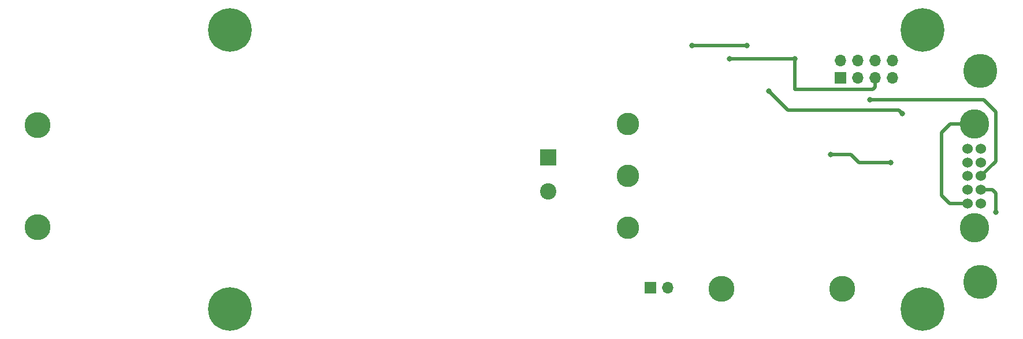
<source format=gbr>
%TF.GenerationSoftware,KiCad,Pcbnew,(6.0.10-0)*%
%TF.CreationDate,2023-02-08T11:04:04+05:30*%
%TF.ProjectId,dbe_dcdc,6462655f-6463-4646-932e-6b696361645f,rev?*%
%TF.SameCoordinates,Original*%
%TF.FileFunction,Copper,L2,Bot*%
%TF.FilePolarity,Positive*%
%FSLAX46Y46*%
G04 Gerber Fmt 4.6, Leading zero omitted, Abs format (unit mm)*
G04 Created by KiCad (PCBNEW (6.0.10-0)) date 2023-02-08 11:04:04*
%MOMM*%
%LPD*%
G01*
G04 APERTURE LIST*
%TA.AperFunction,ConnectorPad*%
%ADD10C,3.800000*%
%TD*%
%TA.AperFunction,ComponentPad*%
%ADD11C,2.600000*%
%TD*%
%TA.AperFunction,ConnectorPad*%
%ADD12C,5.000000*%
%TD*%
%TA.AperFunction,ComponentPad*%
%ADD13C,2.900000*%
%TD*%
%TA.AperFunction,ComponentPad*%
%ADD14R,1.700000X1.700000*%
%TD*%
%TA.AperFunction,ComponentPad*%
%ADD15O,1.700000X1.700000*%
%TD*%
%TA.AperFunction,ComponentPad*%
%ADD16C,3.302000*%
%TD*%
%TA.AperFunction,ComponentPad*%
%ADD17C,4.318000*%
%TD*%
%TA.AperFunction,ComponentPad*%
%ADD18C,1.524000*%
%TD*%
%TA.AperFunction,ComponentPad*%
%ADD19C,3.600000*%
%TD*%
%TA.AperFunction,ConnectorPad*%
%ADD20C,6.400000*%
%TD*%
%TA.AperFunction,ComponentPad*%
%ADD21R,2.400000X2.400000*%
%TD*%
%TA.AperFunction,ComponentPad*%
%ADD22C,2.400000*%
%TD*%
%TA.AperFunction,ViaPad*%
%ADD23C,0.800000*%
%TD*%
%TA.AperFunction,Conductor*%
%ADD24C,0.508000*%
%TD*%
G04 APERTURE END LIST*
D10*
%TO.P,+VDC,1*%
%TO.N,+VDC*%
X26750000Y-79000000D03*
D11*
X26750000Y-79000000D03*
%TD*%
D12*
%TO.P,GND,1*%
%TO.N,GNDREF*%
X165000000Y-102000000D03*
D13*
X165000000Y-102000000D03*
%TD*%
D10*
%TO.P,OUT_GND,1*%
%TO.N,GNDREF*%
X144750000Y-103000000D03*
D11*
X144750000Y-103000000D03*
%TD*%
D14*
%TO.P,PMBUS,1,Pin_1*%
%TO.N,Net-(U1-Pad10)*%
X144500000Y-72000000D03*
D15*
%TO.P,PMBUS,2,Pin_2*%
%TO.N,GNDREF*%
X144500000Y-69460000D03*
%TO.P,PMBUS,3,Pin_3*%
%TO.N,Net-(U1-Pad11)*%
X147040000Y-72000000D03*
%TO.P,PMBUS,4,Pin_4*%
%TO.N,GNDREF*%
X147040000Y-69460000D03*
%TO.P,PMBUS,5,Pin_5*%
%TO.N,+3V3*%
X149580000Y-72000000D03*
%TO.P,PMBUS,6,Pin_6*%
%TO.N,GNDREF*%
X149580000Y-69460000D03*
%TO.P,PMBUS,7,Pin_7*%
%TO.N,SMB_ALERT*%
X152120000Y-72000000D03*
%TO.P,PMBUS,8,Pin_8*%
%TO.N,GNDREF*%
X152120000Y-69460000D03*
%TD*%
D16*
%TO.P,U1,1,+VIN*%
%TO.N,VIN*%
X113293250Y-78833250D03*
%TO.P,U1,2,RC*%
%TO.N,~{EN}*%
X113293250Y-86453250D03*
%TO.P,U1,4,-VIN*%
%TO.N,GND*%
X113293250Y-94073250D03*
D17*
%TO.P,U1,5,-VOUT*%
%TO.N,GNDREF*%
X164093250Y-94073250D03*
D18*
%TO.P,U1,6,+S*%
%TO.N,+12V*%
X163102650Y-90466450D03*
%TO.P,U1,7,-S*%
%TO.N,GNDREF*%
X165083850Y-90466450D03*
%TO.P,U1,8,SA0*%
%TO.N,Net-(R6-Pad1)*%
X163102650Y-88459850D03*
%TO.P,U1,9,SA1*%
%TO.N,Net-(R7-Pad1)*%
X165083850Y-88459850D03*
%TO.P,U1,10,SCL*%
%TO.N,Net-(U1-Pad10)*%
X163102650Y-86453250D03*
%TO.P,U1,11,SDA*%
%TO.N,Net-(U1-Pad11)*%
X165083850Y-86453250D03*
%TO.P,U1,12,PG*%
%TO.N,P_GOOD*%
X163102650Y-84446650D03*
%TO.P,U1,13,DGND*%
%TO.N,GNDREF*%
X165083850Y-84446650D03*
%TO.P,U1,14,SMBALERT*%
%TO.N,SMB_ALERT*%
X163102650Y-82440050D03*
%TO.P,U1,15,CTRL*%
%TO.N,unconnected-(U1-Pad15)*%
X165083850Y-82440050D03*
D17*
%TO.P,U1,16,+VOUT*%
%TO.N,+12V*%
X164093250Y-78833250D03*
%TD*%
D19*
%TO.P,M1,1*%
%TO.N,N/C*%
X55000000Y-65000000D03*
D20*
X55000000Y-65000000D03*
%TD*%
D14*
%TO.P,JP1,1,A*%
%TO.N,GND*%
X116610000Y-102870000D03*
D15*
%TO.P,JP1,2,B*%
%TO.N,~{EN}*%
X119150000Y-102870000D03*
%TD*%
D13*
%TO.P,+12V,1*%
%TO.N,+12V*%
X165000000Y-71000000D03*
D12*
X165000000Y-71000000D03*
%TD*%
D10*
%TO.P,-VDC,1*%
%TO.N,-VDC*%
X26750000Y-94000000D03*
D11*
X26750000Y-94000000D03*
%TD*%
D19*
%TO.P,CHASSIS,1*%
%TO.N,GNDREF*%
X156500000Y-65000000D03*
D20*
X156500000Y-65000000D03*
%TD*%
%TO.P,M2,1*%
%TO.N,N/C*%
X55000000Y-106000000D03*
D19*
X55000000Y-106000000D03*
%TD*%
D10*
%TO.P,IN_GND,1*%
%TO.N,GND*%
X127000000Y-103000000D03*
D11*
X127000000Y-103000000D03*
%TD*%
D21*
%TO.P,C11,1*%
%TO.N,VIN*%
X101600000Y-83740000D03*
D22*
%TO.P,C11,2*%
%TO.N,GND*%
X101600000Y-88740000D03*
%TD*%
D20*
%TO.P,CHASSIS,1*%
%TO.N,GNDREF*%
X156500000Y-106000000D03*
D19*
X156500000Y-106000000D03*
%TD*%
D23*
%TO.N,GNDREF*%
X130750000Y-67250000D03*
X122750000Y-67250000D03*
%TO.N,SMB_ALERT*%
X153500000Y-77250000D03*
X134000000Y-74000000D03*
%TO.N,+3V3*%
X137750000Y-69250500D03*
X128250000Y-69250000D03*
%TO.N,Net-(U1-Pad11)*%
X148750000Y-75250000D03*
%TO.N,P_GOOD*%
X143000000Y-83250000D03*
X151796650Y-84446650D03*
%TO.N,Net-(R7-Pad1)*%
X167250000Y-91750000D03*
%TD*%
D24*
%TO.N,GNDREF*%
X122750000Y-67250000D02*
X130750000Y-67250000D01*
%TO.N,+12V*%
X160466450Y-90466450D02*
X163102650Y-90466450D01*
X159300000Y-80050000D02*
X159300000Y-89300000D01*
X159300000Y-89300000D02*
X160466450Y-90466450D01*
X160516750Y-78833250D02*
X159300000Y-80050000D01*
X164093250Y-78833250D02*
X160516750Y-78833250D01*
%TO.N,SMB_ALERT*%
X153000000Y-76750000D02*
X136750000Y-76750000D01*
X153500000Y-77250000D02*
X153000000Y-76750000D01*
X136750000Y-76750000D02*
X134000000Y-74000000D01*
%TO.N,+3V3*%
X137750000Y-73750000D02*
X149250000Y-73750000D01*
X149580000Y-73420000D02*
X149580000Y-72000000D01*
X149250000Y-73750000D02*
X149580000Y-73420000D01*
X137749500Y-69250000D02*
X137750000Y-69250500D01*
X128250000Y-69250000D02*
X137749500Y-69250000D01*
X137750000Y-69250500D02*
X137750000Y-73750000D01*
%TO.N,Net-(U1-Pad11)*%
X148750000Y-75250000D02*
X165500000Y-75250000D01*
X165500000Y-75250000D02*
X167250000Y-77000000D01*
X167250000Y-84287100D02*
X165083850Y-86453250D01*
X167250000Y-77000000D02*
X167250000Y-84287100D01*
%TO.N,P_GOOD*%
X147196650Y-84446650D02*
X146000000Y-83250000D01*
X151796650Y-84446650D02*
X147196650Y-84446650D01*
X146000000Y-83250000D02*
X143000000Y-83250000D01*
%TO.N,Net-(R7-Pad1)*%
X166709850Y-88459850D02*
X167250000Y-89000000D01*
X167250000Y-89000000D02*
X167250000Y-91750000D01*
X165083850Y-88459850D02*
X166709850Y-88459850D01*
%TD*%
M02*

</source>
